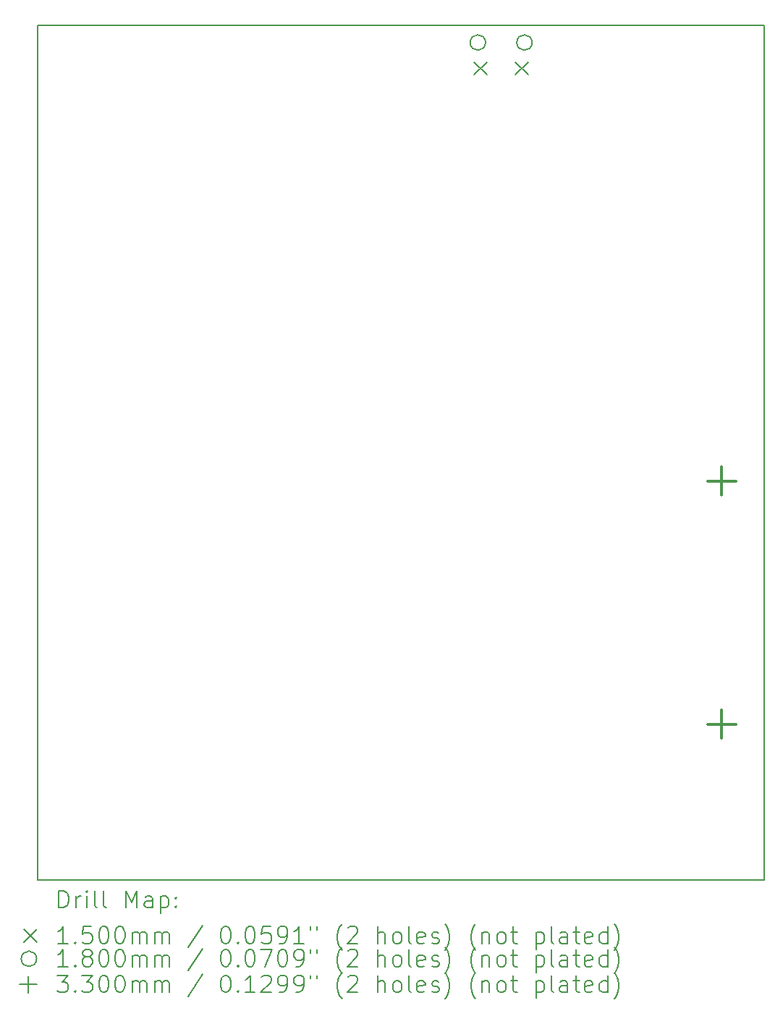
<source format=gbr>
%TF.GenerationSoftware,KiCad,Pcbnew,8.0.6*%
%TF.CreationDate,2025-02-03T18:30:09-05:00*%
%TF.ProjectId,Pico_LCC,5069636f-5f4c-4434-932e-6b696361645f,2*%
%TF.SameCoordinates,Original*%
%TF.FileFunction,Drillmap*%
%TF.FilePolarity,Positive*%
%FSLAX45Y45*%
G04 Gerber Fmt 4.5, Leading zero omitted, Abs format (unit mm)*
G04 Created by KiCad (PCBNEW 8.0.6) date 2025-02-03 18:30:09*
%MOMM*%
%LPD*%
G01*
G04 APERTURE LIST*
%ADD10C,0.200000*%
%ADD11C,0.150000*%
%ADD12C,0.180000*%
%ADD13C,0.330000*%
G04 APERTURE END LIST*
D10*
X2500000Y-2500000D02*
X11000000Y-2500000D01*
X11000000Y-12500000D01*
X2500000Y-12500000D01*
X2500000Y-2500000D01*
D11*
X7607500Y-2928000D02*
X7757500Y-3078000D01*
X7757500Y-2928000D02*
X7607500Y-3078000D01*
X8092500Y-2928000D02*
X8242500Y-3078000D01*
X8242500Y-2928000D02*
X8092500Y-3078000D01*
D12*
X7742500Y-2700000D02*
G75*
G02*
X7562500Y-2700000I-90000J0D01*
G01*
X7562500Y-2700000D02*
G75*
G02*
X7742500Y-2700000I90000J0D01*
G01*
X8287500Y-2700000D02*
G75*
G02*
X8107500Y-2700000I-90000J0D01*
G01*
X8107500Y-2700000D02*
G75*
G02*
X8287500Y-2700000I90000J0D01*
G01*
D13*
X10506000Y-7664550D02*
X10506000Y-7994550D01*
X10341000Y-7829550D02*
X10671000Y-7829550D01*
X10506000Y-10509550D02*
X10506000Y-10839550D01*
X10341000Y-10674550D02*
X10671000Y-10674550D01*
D10*
X2750777Y-12821484D02*
X2750777Y-12621484D01*
X2750777Y-12621484D02*
X2798396Y-12621484D01*
X2798396Y-12621484D02*
X2826967Y-12631008D01*
X2826967Y-12631008D02*
X2846015Y-12650055D01*
X2846015Y-12650055D02*
X2855539Y-12669103D01*
X2855539Y-12669103D02*
X2865062Y-12707198D01*
X2865062Y-12707198D02*
X2865062Y-12735769D01*
X2865062Y-12735769D02*
X2855539Y-12773865D01*
X2855539Y-12773865D02*
X2846015Y-12792912D01*
X2846015Y-12792912D02*
X2826967Y-12811960D01*
X2826967Y-12811960D02*
X2798396Y-12821484D01*
X2798396Y-12821484D02*
X2750777Y-12821484D01*
X2950777Y-12821484D02*
X2950777Y-12688150D01*
X2950777Y-12726246D02*
X2960301Y-12707198D01*
X2960301Y-12707198D02*
X2969824Y-12697674D01*
X2969824Y-12697674D02*
X2988872Y-12688150D01*
X2988872Y-12688150D02*
X3007920Y-12688150D01*
X3074586Y-12821484D02*
X3074586Y-12688150D01*
X3074586Y-12621484D02*
X3065062Y-12631008D01*
X3065062Y-12631008D02*
X3074586Y-12640531D01*
X3074586Y-12640531D02*
X3084110Y-12631008D01*
X3084110Y-12631008D02*
X3074586Y-12621484D01*
X3074586Y-12621484D02*
X3074586Y-12640531D01*
X3198396Y-12821484D02*
X3179348Y-12811960D01*
X3179348Y-12811960D02*
X3169824Y-12792912D01*
X3169824Y-12792912D02*
X3169824Y-12621484D01*
X3303158Y-12821484D02*
X3284110Y-12811960D01*
X3284110Y-12811960D02*
X3274586Y-12792912D01*
X3274586Y-12792912D02*
X3274586Y-12621484D01*
X3531729Y-12821484D02*
X3531729Y-12621484D01*
X3531729Y-12621484D02*
X3598396Y-12764341D01*
X3598396Y-12764341D02*
X3665062Y-12621484D01*
X3665062Y-12621484D02*
X3665062Y-12821484D01*
X3846015Y-12821484D02*
X3846015Y-12716722D01*
X3846015Y-12716722D02*
X3836491Y-12697674D01*
X3836491Y-12697674D02*
X3817443Y-12688150D01*
X3817443Y-12688150D02*
X3779348Y-12688150D01*
X3779348Y-12688150D02*
X3760301Y-12697674D01*
X3846015Y-12811960D02*
X3826967Y-12821484D01*
X3826967Y-12821484D02*
X3779348Y-12821484D01*
X3779348Y-12821484D02*
X3760301Y-12811960D01*
X3760301Y-12811960D02*
X3750777Y-12792912D01*
X3750777Y-12792912D02*
X3750777Y-12773865D01*
X3750777Y-12773865D02*
X3760301Y-12754817D01*
X3760301Y-12754817D02*
X3779348Y-12745293D01*
X3779348Y-12745293D02*
X3826967Y-12745293D01*
X3826967Y-12745293D02*
X3846015Y-12735769D01*
X3941253Y-12688150D02*
X3941253Y-12888150D01*
X3941253Y-12697674D02*
X3960301Y-12688150D01*
X3960301Y-12688150D02*
X3998396Y-12688150D01*
X3998396Y-12688150D02*
X4017443Y-12697674D01*
X4017443Y-12697674D02*
X4026967Y-12707198D01*
X4026967Y-12707198D02*
X4036491Y-12726246D01*
X4036491Y-12726246D02*
X4036491Y-12783388D01*
X4036491Y-12783388D02*
X4026967Y-12802436D01*
X4026967Y-12802436D02*
X4017443Y-12811960D01*
X4017443Y-12811960D02*
X3998396Y-12821484D01*
X3998396Y-12821484D02*
X3960301Y-12821484D01*
X3960301Y-12821484D02*
X3941253Y-12811960D01*
X4122205Y-12802436D02*
X4131729Y-12811960D01*
X4131729Y-12811960D02*
X4122205Y-12821484D01*
X4122205Y-12821484D02*
X4112682Y-12811960D01*
X4112682Y-12811960D02*
X4122205Y-12802436D01*
X4122205Y-12802436D02*
X4122205Y-12821484D01*
X4122205Y-12697674D02*
X4131729Y-12707198D01*
X4131729Y-12707198D02*
X4122205Y-12716722D01*
X4122205Y-12716722D02*
X4112682Y-12707198D01*
X4112682Y-12707198D02*
X4122205Y-12697674D01*
X4122205Y-12697674D02*
X4122205Y-12716722D01*
D11*
X2340000Y-13075000D02*
X2490000Y-13225000D01*
X2490000Y-13075000D02*
X2340000Y-13225000D01*
D10*
X2855539Y-13241484D02*
X2741253Y-13241484D01*
X2798396Y-13241484D02*
X2798396Y-13041484D01*
X2798396Y-13041484D02*
X2779348Y-13070055D01*
X2779348Y-13070055D02*
X2760301Y-13089103D01*
X2760301Y-13089103D02*
X2741253Y-13098627D01*
X2941253Y-13222436D02*
X2950777Y-13231960D01*
X2950777Y-13231960D02*
X2941253Y-13241484D01*
X2941253Y-13241484D02*
X2931729Y-13231960D01*
X2931729Y-13231960D02*
X2941253Y-13222436D01*
X2941253Y-13222436D02*
X2941253Y-13241484D01*
X3131729Y-13041484D02*
X3036491Y-13041484D01*
X3036491Y-13041484D02*
X3026967Y-13136722D01*
X3026967Y-13136722D02*
X3036491Y-13127198D01*
X3036491Y-13127198D02*
X3055539Y-13117674D01*
X3055539Y-13117674D02*
X3103158Y-13117674D01*
X3103158Y-13117674D02*
X3122205Y-13127198D01*
X3122205Y-13127198D02*
X3131729Y-13136722D01*
X3131729Y-13136722D02*
X3141253Y-13155769D01*
X3141253Y-13155769D02*
X3141253Y-13203388D01*
X3141253Y-13203388D02*
X3131729Y-13222436D01*
X3131729Y-13222436D02*
X3122205Y-13231960D01*
X3122205Y-13231960D02*
X3103158Y-13241484D01*
X3103158Y-13241484D02*
X3055539Y-13241484D01*
X3055539Y-13241484D02*
X3036491Y-13231960D01*
X3036491Y-13231960D02*
X3026967Y-13222436D01*
X3265062Y-13041484D02*
X3284110Y-13041484D01*
X3284110Y-13041484D02*
X3303158Y-13051008D01*
X3303158Y-13051008D02*
X3312682Y-13060531D01*
X3312682Y-13060531D02*
X3322205Y-13079579D01*
X3322205Y-13079579D02*
X3331729Y-13117674D01*
X3331729Y-13117674D02*
X3331729Y-13165293D01*
X3331729Y-13165293D02*
X3322205Y-13203388D01*
X3322205Y-13203388D02*
X3312682Y-13222436D01*
X3312682Y-13222436D02*
X3303158Y-13231960D01*
X3303158Y-13231960D02*
X3284110Y-13241484D01*
X3284110Y-13241484D02*
X3265062Y-13241484D01*
X3265062Y-13241484D02*
X3246015Y-13231960D01*
X3246015Y-13231960D02*
X3236491Y-13222436D01*
X3236491Y-13222436D02*
X3226967Y-13203388D01*
X3226967Y-13203388D02*
X3217443Y-13165293D01*
X3217443Y-13165293D02*
X3217443Y-13117674D01*
X3217443Y-13117674D02*
X3226967Y-13079579D01*
X3226967Y-13079579D02*
X3236491Y-13060531D01*
X3236491Y-13060531D02*
X3246015Y-13051008D01*
X3246015Y-13051008D02*
X3265062Y-13041484D01*
X3455539Y-13041484D02*
X3474586Y-13041484D01*
X3474586Y-13041484D02*
X3493634Y-13051008D01*
X3493634Y-13051008D02*
X3503158Y-13060531D01*
X3503158Y-13060531D02*
X3512682Y-13079579D01*
X3512682Y-13079579D02*
X3522205Y-13117674D01*
X3522205Y-13117674D02*
X3522205Y-13165293D01*
X3522205Y-13165293D02*
X3512682Y-13203388D01*
X3512682Y-13203388D02*
X3503158Y-13222436D01*
X3503158Y-13222436D02*
X3493634Y-13231960D01*
X3493634Y-13231960D02*
X3474586Y-13241484D01*
X3474586Y-13241484D02*
X3455539Y-13241484D01*
X3455539Y-13241484D02*
X3436491Y-13231960D01*
X3436491Y-13231960D02*
X3426967Y-13222436D01*
X3426967Y-13222436D02*
X3417443Y-13203388D01*
X3417443Y-13203388D02*
X3407920Y-13165293D01*
X3407920Y-13165293D02*
X3407920Y-13117674D01*
X3407920Y-13117674D02*
X3417443Y-13079579D01*
X3417443Y-13079579D02*
X3426967Y-13060531D01*
X3426967Y-13060531D02*
X3436491Y-13051008D01*
X3436491Y-13051008D02*
X3455539Y-13041484D01*
X3607920Y-13241484D02*
X3607920Y-13108150D01*
X3607920Y-13127198D02*
X3617443Y-13117674D01*
X3617443Y-13117674D02*
X3636491Y-13108150D01*
X3636491Y-13108150D02*
X3665063Y-13108150D01*
X3665063Y-13108150D02*
X3684110Y-13117674D01*
X3684110Y-13117674D02*
X3693634Y-13136722D01*
X3693634Y-13136722D02*
X3693634Y-13241484D01*
X3693634Y-13136722D02*
X3703158Y-13117674D01*
X3703158Y-13117674D02*
X3722205Y-13108150D01*
X3722205Y-13108150D02*
X3750777Y-13108150D01*
X3750777Y-13108150D02*
X3769824Y-13117674D01*
X3769824Y-13117674D02*
X3779348Y-13136722D01*
X3779348Y-13136722D02*
X3779348Y-13241484D01*
X3874586Y-13241484D02*
X3874586Y-13108150D01*
X3874586Y-13127198D02*
X3884110Y-13117674D01*
X3884110Y-13117674D02*
X3903158Y-13108150D01*
X3903158Y-13108150D02*
X3931729Y-13108150D01*
X3931729Y-13108150D02*
X3950777Y-13117674D01*
X3950777Y-13117674D02*
X3960301Y-13136722D01*
X3960301Y-13136722D02*
X3960301Y-13241484D01*
X3960301Y-13136722D02*
X3969824Y-13117674D01*
X3969824Y-13117674D02*
X3988872Y-13108150D01*
X3988872Y-13108150D02*
X4017443Y-13108150D01*
X4017443Y-13108150D02*
X4036491Y-13117674D01*
X4036491Y-13117674D02*
X4046015Y-13136722D01*
X4046015Y-13136722D02*
X4046015Y-13241484D01*
X4436491Y-13031960D02*
X4265063Y-13289103D01*
X4693634Y-13041484D02*
X4712682Y-13041484D01*
X4712682Y-13041484D02*
X4731729Y-13051008D01*
X4731729Y-13051008D02*
X4741253Y-13060531D01*
X4741253Y-13060531D02*
X4750777Y-13079579D01*
X4750777Y-13079579D02*
X4760301Y-13117674D01*
X4760301Y-13117674D02*
X4760301Y-13165293D01*
X4760301Y-13165293D02*
X4750777Y-13203388D01*
X4750777Y-13203388D02*
X4741253Y-13222436D01*
X4741253Y-13222436D02*
X4731729Y-13231960D01*
X4731729Y-13231960D02*
X4712682Y-13241484D01*
X4712682Y-13241484D02*
X4693634Y-13241484D01*
X4693634Y-13241484D02*
X4674587Y-13231960D01*
X4674587Y-13231960D02*
X4665063Y-13222436D01*
X4665063Y-13222436D02*
X4655539Y-13203388D01*
X4655539Y-13203388D02*
X4646015Y-13165293D01*
X4646015Y-13165293D02*
X4646015Y-13117674D01*
X4646015Y-13117674D02*
X4655539Y-13079579D01*
X4655539Y-13079579D02*
X4665063Y-13060531D01*
X4665063Y-13060531D02*
X4674587Y-13051008D01*
X4674587Y-13051008D02*
X4693634Y-13041484D01*
X4846015Y-13222436D02*
X4855539Y-13231960D01*
X4855539Y-13231960D02*
X4846015Y-13241484D01*
X4846015Y-13241484D02*
X4836491Y-13231960D01*
X4836491Y-13231960D02*
X4846015Y-13222436D01*
X4846015Y-13222436D02*
X4846015Y-13241484D01*
X4979348Y-13041484D02*
X4998396Y-13041484D01*
X4998396Y-13041484D02*
X5017444Y-13051008D01*
X5017444Y-13051008D02*
X5026968Y-13060531D01*
X5026968Y-13060531D02*
X5036491Y-13079579D01*
X5036491Y-13079579D02*
X5046015Y-13117674D01*
X5046015Y-13117674D02*
X5046015Y-13165293D01*
X5046015Y-13165293D02*
X5036491Y-13203388D01*
X5036491Y-13203388D02*
X5026968Y-13222436D01*
X5026968Y-13222436D02*
X5017444Y-13231960D01*
X5017444Y-13231960D02*
X4998396Y-13241484D01*
X4998396Y-13241484D02*
X4979348Y-13241484D01*
X4979348Y-13241484D02*
X4960301Y-13231960D01*
X4960301Y-13231960D02*
X4950777Y-13222436D01*
X4950777Y-13222436D02*
X4941253Y-13203388D01*
X4941253Y-13203388D02*
X4931729Y-13165293D01*
X4931729Y-13165293D02*
X4931729Y-13117674D01*
X4931729Y-13117674D02*
X4941253Y-13079579D01*
X4941253Y-13079579D02*
X4950777Y-13060531D01*
X4950777Y-13060531D02*
X4960301Y-13051008D01*
X4960301Y-13051008D02*
X4979348Y-13041484D01*
X5226968Y-13041484D02*
X5131729Y-13041484D01*
X5131729Y-13041484D02*
X5122206Y-13136722D01*
X5122206Y-13136722D02*
X5131729Y-13127198D01*
X5131729Y-13127198D02*
X5150777Y-13117674D01*
X5150777Y-13117674D02*
X5198396Y-13117674D01*
X5198396Y-13117674D02*
X5217444Y-13127198D01*
X5217444Y-13127198D02*
X5226968Y-13136722D01*
X5226968Y-13136722D02*
X5236491Y-13155769D01*
X5236491Y-13155769D02*
X5236491Y-13203388D01*
X5236491Y-13203388D02*
X5226968Y-13222436D01*
X5226968Y-13222436D02*
X5217444Y-13231960D01*
X5217444Y-13231960D02*
X5198396Y-13241484D01*
X5198396Y-13241484D02*
X5150777Y-13241484D01*
X5150777Y-13241484D02*
X5131729Y-13231960D01*
X5131729Y-13231960D02*
X5122206Y-13222436D01*
X5331729Y-13241484D02*
X5369825Y-13241484D01*
X5369825Y-13241484D02*
X5388872Y-13231960D01*
X5388872Y-13231960D02*
X5398396Y-13222436D01*
X5398396Y-13222436D02*
X5417444Y-13193865D01*
X5417444Y-13193865D02*
X5426968Y-13155769D01*
X5426968Y-13155769D02*
X5426968Y-13079579D01*
X5426968Y-13079579D02*
X5417444Y-13060531D01*
X5417444Y-13060531D02*
X5407920Y-13051008D01*
X5407920Y-13051008D02*
X5388872Y-13041484D01*
X5388872Y-13041484D02*
X5350777Y-13041484D01*
X5350777Y-13041484D02*
X5331729Y-13051008D01*
X5331729Y-13051008D02*
X5322206Y-13060531D01*
X5322206Y-13060531D02*
X5312682Y-13079579D01*
X5312682Y-13079579D02*
X5312682Y-13127198D01*
X5312682Y-13127198D02*
X5322206Y-13146246D01*
X5322206Y-13146246D02*
X5331729Y-13155769D01*
X5331729Y-13155769D02*
X5350777Y-13165293D01*
X5350777Y-13165293D02*
X5388872Y-13165293D01*
X5388872Y-13165293D02*
X5407920Y-13155769D01*
X5407920Y-13155769D02*
X5417444Y-13146246D01*
X5417444Y-13146246D02*
X5426968Y-13127198D01*
X5617444Y-13241484D02*
X5503158Y-13241484D01*
X5560301Y-13241484D02*
X5560301Y-13041484D01*
X5560301Y-13041484D02*
X5541253Y-13070055D01*
X5541253Y-13070055D02*
X5522206Y-13089103D01*
X5522206Y-13089103D02*
X5503158Y-13098627D01*
X5693634Y-13041484D02*
X5693634Y-13079579D01*
X5769825Y-13041484D02*
X5769825Y-13079579D01*
X6065063Y-13317674D02*
X6055539Y-13308150D01*
X6055539Y-13308150D02*
X6036491Y-13279579D01*
X6036491Y-13279579D02*
X6026968Y-13260531D01*
X6026968Y-13260531D02*
X6017444Y-13231960D01*
X6017444Y-13231960D02*
X6007920Y-13184341D01*
X6007920Y-13184341D02*
X6007920Y-13146246D01*
X6007920Y-13146246D02*
X6017444Y-13098627D01*
X6017444Y-13098627D02*
X6026968Y-13070055D01*
X6026968Y-13070055D02*
X6036491Y-13051008D01*
X6036491Y-13051008D02*
X6055539Y-13022436D01*
X6055539Y-13022436D02*
X6065063Y-13012912D01*
X6131729Y-13060531D02*
X6141253Y-13051008D01*
X6141253Y-13051008D02*
X6160301Y-13041484D01*
X6160301Y-13041484D02*
X6207920Y-13041484D01*
X6207920Y-13041484D02*
X6226968Y-13051008D01*
X6226968Y-13051008D02*
X6236491Y-13060531D01*
X6236491Y-13060531D02*
X6246015Y-13079579D01*
X6246015Y-13079579D02*
X6246015Y-13098627D01*
X6246015Y-13098627D02*
X6236491Y-13127198D01*
X6236491Y-13127198D02*
X6122206Y-13241484D01*
X6122206Y-13241484D02*
X6246015Y-13241484D01*
X6484110Y-13241484D02*
X6484110Y-13041484D01*
X6569825Y-13241484D02*
X6569825Y-13136722D01*
X6569825Y-13136722D02*
X6560301Y-13117674D01*
X6560301Y-13117674D02*
X6541253Y-13108150D01*
X6541253Y-13108150D02*
X6512682Y-13108150D01*
X6512682Y-13108150D02*
X6493634Y-13117674D01*
X6493634Y-13117674D02*
X6484110Y-13127198D01*
X6693634Y-13241484D02*
X6674587Y-13231960D01*
X6674587Y-13231960D02*
X6665063Y-13222436D01*
X6665063Y-13222436D02*
X6655539Y-13203388D01*
X6655539Y-13203388D02*
X6655539Y-13146246D01*
X6655539Y-13146246D02*
X6665063Y-13127198D01*
X6665063Y-13127198D02*
X6674587Y-13117674D01*
X6674587Y-13117674D02*
X6693634Y-13108150D01*
X6693634Y-13108150D02*
X6722206Y-13108150D01*
X6722206Y-13108150D02*
X6741253Y-13117674D01*
X6741253Y-13117674D02*
X6750777Y-13127198D01*
X6750777Y-13127198D02*
X6760301Y-13146246D01*
X6760301Y-13146246D02*
X6760301Y-13203388D01*
X6760301Y-13203388D02*
X6750777Y-13222436D01*
X6750777Y-13222436D02*
X6741253Y-13231960D01*
X6741253Y-13231960D02*
X6722206Y-13241484D01*
X6722206Y-13241484D02*
X6693634Y-13241484D01*
X6874587Y-13241484D02*
X6855539Y-13231960D01*
X6855539Y-13231960D02*
X6846015Y-13212912D01*
X6846015Y-13212912D02*
X6846015Y-13041484D01*
X7026968Y-13231960D02*
X7007920Y-13241484D01*
X7007920Y-13241484D02*
X6969825Y-13241484D01*
X6969825Y-13241484D02*
X6950777Y-13231960D01*
X6950777Y-13231960D02*
X6941253Y-13212912D01*
X6941253Y-13212912D02*
X6941253Y-13136722D01*
X6941253Y-13136722D02*
X6950777Y-13117674D01*
X6950777Y-13117674D02*
X6969825Y-13108150D01*
X6969825Y-13108150D02*
X7007920Y-13108150D01*
X7007920Y-13108150D02*
X7026968Y-13117674D01*
X7026968Y-13117674D02*
X7036491Y-13136722D01*
X7036491Y-13136722D02*
X7036491Y-13155769D01*
X7036491Y-13155769D02*
X6941253Y-13174817D01*
X7112682Y-13231960D02*
X7131730Y-13241484D01*
X7131730Y-13241484D02*
X7169825Y-13241484D01*
X7169825Y-13241484D02*
X7188872Y-13231960D01*
X7188872Y-13231960D02*
X7198396Y-13212912D01*
X7198396Y-13212912D02*
X7198396Y-13203388D01*
X7198396Y-13203388D02*
X7188872Y-13184341D01*
X7188872Y-13184341D02*
X7169825Y-13174817D01*
X7169825Y-13174817D02*
X7141253Y-13174817D01*
X7141253Y-13174817D02*
X7122206Y-13165293D01*
X7122206Y-13165293D02*
X7112682Y-13146246D01*
X7112682Y-13146246D02*
X7112682Y-13136722D01*
X7112682Y-13136722D02*
X7122206Y-13117674D01*
X7122206Y-13117674D02*
X7141253Y-13108150D01*
X7141253Y-13108150D02*
X7169825Y-13108150D01*
X7169825Y-13108150D02*
X7188872Y-13117674D01*
X7265063Y-13317674D02*
X7274587Y-13308150D01*
X7274587Y-13308150D02*
X7293634Y-13279579D01*
X7293634Y-13279579D02*
X7303158Y-13260531D01*
X7303158Y-13260531D02*
X7312682Y-13231960D01*
X7312682Y-13231960D02*
X7322206Y-13184341D01*
X7322206Y-13184341D02*
X7322206Y-13146246D01*
X7322206Y-13146246D02*
X7312682Y-13098627D01*
X7312682Y-13098627D02*
X7303158Y-13070055D01*
X7303158Y-13070055D02*
X7293634Y-13051008D01*
X7293634Y-13051008D02*
X7274587Y-13022436D01*
X7274587Y-13022436D02*
X7265063Y-13012912D01*
X7626968Y-13317674D02*
X7617444Y-13308150D01*
X7617444Y-13308150D02*
X7598396Y-13279579D01*
X7598396Y-13279579D02*
X7588872Y-13260531D01*
X7588872Y-13260531D02*
X7579349Y-13231960D01*
X7579349Y-13231960D02*
X7569825Y-13184341D01*
X7569825Y-13184341D02*
X7569825Y-13146246D01*
X7569825Y-13146246D02*
X7579349Y-13098627D01*
X7579349Y-13098627D02*
X7588872Y-13070055D01*
X7588872Y-13070055D02*
X7598396Y-13051008D01*
X7598396Y-13051008D02*
X7617444Y-13022436D01*
X7617444Y-13022436D02*
X7626968Y-13012912D01*
X7703158Y-13108150D02*
X7703158Y-13241484D01*
X7703158Y-13127198D02*
X7712682Y-13117674D01*
X7712682Y-13117674D02*
X7731730Y-13108150D01*
X7731730Y-13108150D02*
X7760301Y-13108150D01*
X7760301Y-13108150D02*
X7779349Y-13117674D01*
X7779349Y-13117674D02*
X7788872Y-13136722D01*
X7788872Y-13136722D02*
X7788872Y-13241484D01*
X7912682Y-13241484D02*
X7893634Y-13231960D01*
X7893634Y-13231960D02*
X7884111Y-13222436D01*
X7884111Y-13222436D02*
X7874587Y-13203388D01*
X7874587Y-13203388D02*
X7874587Y-13146246D01*
X7874587Y-13146246D02*
X7884111Y-13127198D01*
X7884111Y-13127198D02*
X7893634Y-13117674D01*
X7893634Y-13117674D02*
X7912682Y-13108150D01*
X7912682Y-13108150D02*
X7941253Y-13108150D01*
X7941253Y-13108150D02*
X7960301Y-13117674D01*
X7960301Y-13117674D02*
X7969825Y-13127198D01*
X7969825Y-13127198D02*
X7979349Y-13146246D01*
X7979349Y-13146246D02*
X7979349Y-13203388D01*
X7979349Y-13203388D02*
X7969825Y-13222436D01*
X7969825Y-13222436D02*
X7960301Y-13231960D01*
X7960301Y-13231960D02*
X7941253Y-13241484D01*
X7941253Y-13241484D02*
X7912682Y-13241484D01*
X8036492Y-13108150D02*
X8112682Y-13108150D01*
X8065063Y-13041484D02*
X8065063Y-13212912D01*
X8065063Y-13212912D02*
X8074587Y-13231960D01*
X8074587Y-13231960D02*
X8093634Y-13241484D01*
X8093634Y-13241484D02*
X8112682Y-13241484D01*
X8331730Y-13108150D02*
X8331730Y-13308150D01*
X8331730Y-13117674D02*
X8350777Y-13108150D01*
X8350777Y-13108150D02*
X8388873Y-13108150D01*
X8388873Y-13108150D02*
X8407920Y-13117674D01*
X8407920Y-13117674D02*
X8417444Y-13127198D01*
X8417444Y-13127198D02*
X8426968Y-13146246D01*
X8426968Y-13146246D02*
X8426968Y-13203388D01*
X8426968Y-13203388D02*
X8417444Y-13222436D01*
X8417444Y-13222436D02*
X8407920Y-13231960D01*
X8407920Y-13231960D02*
X8388873Y-13241484D01*
X8388873Y-13241484D02*
X8350777Y-13241484D01*
X8350777Y-13241484D02*
X8331730Y-13231960D01*
X8541254Y-13241484D02*
X8522206Y-13231960D01*
X8522206Y-13231960D02*
X8512682Y-13212912D01*
X8512682Y-13212912D02*
X8512682Y-13041484D01*
X8703158Y-13241484D02*
X8703158Y-13136722D01*
X8703158Y-13136722D02*
X8693635Y-13117674D01*
X8693635Y-13117674D02*
X8674587Y-13108150D01*
X8674587Y-13108150D02*
X8636492Y-13108150D01*
X8636492Y-13108150D02*
X8617444Y-13117674D01*
X8703158Y-13231960D02*
X8684111Y-13241484D01*
X8684111Y-13241484D02*
X8636492Y-13241484D01*
X8636492Y-13241484D02*
X8617444Y-13231960D01*
X8617444Y-13231960D02*
X8607920Y-13212912D01*
X8607920Y-13212912D02*
X8607920Y-13193865D01*
X8607920Y-13193865D02*
X8617444Y-13174817D01*
X8617444Y-13174817D02*
X8636492Y-13165293D01*
X8636492Y-13165293D02*
X8684111Y-13165293D01*
X8684111Y-13165293D02*
X8703158Y-13155769D01*
X8769825Y-13108150D02*
X8846015Y-13108150D01*
X8798396Y-13041484D02*
X8798396Y-13212912D01*
X8798396Y-13212912D02*
X8807920Y-13231960D01*
X8807920Y-13231960D02*
X8826968Y-13241484D01*
X8826968Y-13241484D02*
X8846015Y-13241484D01*
X8988873Y-13231960D02*
X8969825Y-13241484D01*
X8969825Y-13241484D02*
X8931730Y-13241484D01*
X8931730Y-13241484D02*
X8912682Y-13231960D01*
X8912682Y-13231960D02*
X8903158Y-13212912D01*
X8903158Y-13212912D02*
X8903158Y-13136722D01*
X8903158Y-13136722D02*
X8912682Y-13117674D01*
X8912682Y-13117674D02*
X8931730Y-13108150D01*
X8931730Y-13108150D02*
X8969825Y-13108150D01*
X8969825Y-13108150D02*
X8988873Y-13117674D01*
X8988873Y-13117674D02*
X8998396Y-13136722D01*
X8998396Y-13136722D02*
X8998396Y-13155769D01*
X8998396Y-13155769D02*
X8903158Y-13174817D01*
X9169825Y-13241484D02*
X9169825Y-13041484D01*
X9169825Y-13231960D02*
X9150777Y-13241484D01*
X9150777Y-13241484D02*
X9112682Y-13241484D01*
X9112682Y-13241484D02*
X9093635Y-13231960D01*
X9093635Y-13231960D02*
X9084111Y-13222436D01*
X9084111Y-13222436D02*
X9074587Y-13203388D01*
X9074587Y-13203388D02*
X9074587Y-13146246D01*
X9074587Y-13146246D02*
X9084111Y-13127198D01*
X9084111Y-13127198D02*
X9093635Y-13117674D01*
X9093635Y-13117674D02*
X9112682Y-13108150D01*
X9112682Y-13108150D02*
X9150777Y-13108150D01*
X9150777Y-13108150D02*
X9169825Y-13117674D01*
X9246016Y-13317674D02*
X9255539Y-13308150D01*
X9255539Y-13308150D02*
X9274587Y-13279579D01*
X9274587Y-13279579D02*
X9284111Y-13260531D01*
X9284111Y-13260531D02*
X9293635Y-13231960D01*
X9293635Y-13231960D02*
X9303158Y-13184341D01*
X9303158Y-13184341D02*
X9303158Y-13146246D01*
X9303158Y-13146246D02*
X9293635Y-13098627D01*
X9293635Y-13098627D02*
X9284111Y-13070055D01*
X9284111Y-13070055D02*
X9274587Y-13051008D01*
X9274587Y-13051008D02*
X9255539Y-13022436D01*
X9255539Y-13022436D02*
X9246016Y-13012912D01*
D12*
X2490000Y-13420000D02*
G75*
G02*
X2310000Y-13420000I-90000J0D01*
G01*
X2310000Y-13420000D02*
G75*
G02*
X2490000Y-13420000I90000J0D01*
G01*
D10*
X2855539Y-13511484D02*
X2741253Y-13511484D01*
X2798396Y-13511484D02*
X2798396Y-13311484D01*
X2798396Y-13311484D02*
X2779348Y-13340055D01*
X2779348Y-13340055D02*
X2760301Y-13359103D01*
X2760301Y-13359103D02*
X2741253Y-13368627D01*
X2941253Y-13492436D02*
X2950777Y-13501960D01*
X2950777Y-13501960D02*
X2941253Y-13511484D01*
X2941253Y-13511484D02*
X2931729Y-13501960D01*
X2931729Y-13501960D02*
X2941253Y-13492436D01*
X2941253Y-13492436D02*
X2941253Y-13511484D01*
X3065062Y-13397198D02*
X3046015Y-13387674D01*
X3046015Y-13387674D02*
X3036491Y-13378150D01*
X3036491Y-13378150D02*
X3026967Y-13359103D01*
X3026967Y-13359103D02*
X3026967Y-13349579D01*
X3026967Y-13349579D02*
X3036491Y-13330531D01*
X3036491Y-13330531D02*
X3046015Y-13321008D01*
X3046015Y-13321008D02*
X3065062Y-13311484D01*
X3065062Y-13311484D02*
X3103158Y-13311484D01*
X3103158Y-13311484D02*
X3122205Y-13321008D01*
X3122205Y-13321008D02*
X3131729Y-13330531D01*
X3131729Y-13330531D02*
X3141253Y-13349579D01*
X3141253Y-13349579D02*
X3141253Y-13359103D01*
X3141253Y-13359103D02*
X3131729Y-13378150D01*
X3131729Y-13378150D02*
X3122205Y-13387674D01*
X3122205Y-13387674D02*
X3103158Y-13397198D01*
X3103158Y-13397198D02*
X3065062Y-13397198D01*
X3065062Y-13397198D02*
X3046015Y-13406722D01*
X3046015Y-13406722D02*
X3036491Y-13416246D01*
X3036491Y-13416246D02*
X3026967Y-13435293D01*
X3026967Y-13435293D02*
X3026967Y-13473388D01*
X3026967Y-13473388D02*
X3036491Y-13492436D01*
X3036491Y-13492436D02*
X3046015Y-13501960D01*
X3046015Y-13501960D02*
X3065062Y-13511484D01*
X3065062Y-13511484D02*
X3103158Y-13511484D01*
X3103158Y-13511484D02*
X3122205Y-13501960D01*
X3122205Y-13501960D02*
X3131729Y-13492436D01*
X3131729Y-13492436D02*
X3141253Y-13473388D01*
X3141253Y-13473388D02*
X3141253Y-13435293D01*
X3141253Y-13435293D02*
X3131729Y-13416246D01*
X3131729Y-13416246D02*
X3122205Y-13406722D01*
X3122205Y-13406722D02*
X3103158Y-13397198D01*
X3265062Y-13311484D02*
X3284110Y-13311484D01*
X3284110Y-13311484D02*
X3303158Y-13321008D01*
X3303158Y-13321008D02*
X3312682Y-13330531D01*
X3312682Y-13330531D02*
X3322205Y-13349579D01*
X3322205Y-13349579D02*
X3331729Y-13387674D01*
X3331729Y-13387674D02*
X3331729Y-13435293D01*
X3331729Y-13435293D02*
X3322205Y-13473388D01*
X3322205Y-13473388D02*
X3312682Y-13492436D01*
X3312682Y-13492436D02*
X3303158Y-13501960D01*
X3303158Y-13501960D02*
X3284110Y-13511484D01*
X3284110Y-13511484D02*
X3265062Y-13511484D01*
X3265062Y-13511484D02*
X3246015Y-13501960D01*
X3246015Y-13501960D02*
X3236491Y-13492436D01*
X3236491Y-13492436D02*
X3226967Y-13473388D01*
X3226967Y-13473388D02*
X3217443Y-13435293D01*
X3217443Y-13435293D02*
X3217443Y-13387674D01*
X3217443Y-13387674D02*
X3226967Y-13349579D01*
X3226967Y-13349579D02*
X3236491Y-13330531D01*
X3236491Y-13330531D02*
X3246015Y-13321008D01*
X3246015Y-13321008D02*
X3265062Y-13311484D01*
X3455539Y-13311484D02*
X3474586Y-13311484D01*
X3474586Y-13311484D02*
X3493634Y-13321008D01*
X3493634Y-13321008D02*
X3503158Y-13330531D01*
X3503158Y-13330531D02*
X3512682Y-13349579D01*
X3512682Y-13349579D02*
X3522205Y-13387674D01*
X3522205Y-13387674D02*
X3522205Y-13435293D01*
X3522205Y-13435293D02*
X3512682Y-13473388D01*
X3512682Y-13473388D02*
X3503158Y-13492436D01*
X3503158Y-13492436D02*
X3493634Y-13501960D01*
X3493634Y-13501960D02*
X3474586Y-13511484D01*
X3474586Y-13511484D02*
X3455539Y-13511484D01*
X3455539Y-13511484D02*
X3436491Y-13501960D01*
X3436491Y-13501960D02*
X3426967Y-13492436D01*
X3426967Y-13492436D02*
X3417443Y-13473388D01*
X3417443Y-13473388D02*
X3407920Y-13435293D01*
X3407920Y-13435293D02*
X3407920Y-13387674D01*
X3407920Y-13387674D02*
X3417443Y-13349579D01*
X3417443Y-13349579D02*
X3426967Y-13330531D01*
X3426967Y-13330531D02*
X3436491Y-13321008D01*
X3436491Y-13321008D02*
X3455539Y-13311484D01*
X3607920Y-13511484D02*
X3607920Y-13378150D01*
X3607920Y-13397198D02*
X3617443Y-13387674D01*
X3617443Y-13387674D02*
X3636491Y-13378150D01*
X3636491Y-13378150D02*
X3665063Y-13378150D01*
X3665063Y-13378150D02*
X3684110Y-13387674D01*
X3684110Y-13387674D02*
X3693634Y-13406722D01*
X3693634Y-13406722D02*
X3693634Y-13511484D01*
X3693634Y-13406722D02*
X3703158Y-13387674D01*
X3703158Y-13387674D02*
X3722205Y-13378150D01*
X3722205Y-13378150D02*
X3750777Y-13378150D01*
X3750777Y-13378150D02*
X3769824Y-13387674D01*
X3769824Y-13387674D02*
X3779348Y-13406722D01*
X3779348Y-13406722D02*
X3779348Y-13511484D01*
X3874586Y-13511484D02*
X3874586Y-13378150D01*
X3874586Y-13397198D02*
X3884110Y-13387674D01*
X3884110Y-13387674D02*
X3903158Y-13378150D01*
X3903158Y-13378150D02*
X3931729Y-13378150D01*
X3931729Y-13378150D02*
X3950777Y-13387674D01*
X3950777Y-13387674D02*
X3960301Y-13406722D01*
X3960301Y-13406722D02*
X3960301Y-13511484D01*
X3960301Y-13406722D02*
X3969824Y-13387674D01*
X3969824Y-13387674D02*
X3988872Y-13378150D01*
X3988872Y-13378150D02*
X4017443Y-13378150D01*
X4017443Y-13378150D02*
X4036491Y-13387674D01*
X4036491Y-13387674D02*
X4046015Y-13406722D01*
X4046015Y-13406722D02*
X4046015Y-13511484D01*
X4436491Y-13301960D02*
X4265063Y-13559103D01*
X4693634Y-13311484D02*
X4712682Y-13311484D01*
X4712682Y-13311484D02*
X4731729Y-13321008D01*
X4731729Y-13321008D02*
X4741253Y-13330531D01*
X4741253Y-13330531D02*
X4750777Y-13349579D01*
X4750777Y-13349579D02*
X4760301Y-13387674D01*
X4760301Y-13387674D02*
X4760301Y-13435293D01*
X4760301Y-13435293D02*
X4750777Y-13473388D01*
X4750777Y-13473388D02*
X4741253Y-13492436D01*
X4741253Y-13492436D02*
X4731729Y-13501960D01*
X4731729Y-13501960D02*
X4712682Y-13511484D01*
X4712682Y-13511484D02*
X4693634Y-13511484D01*
X4693634Y-13511484D02*
X4674587Y-13501960D01*
X4674587Y-13501960D02*
X4665063Y-13492436D01*
X4665063Y-13492436D02*
X4655539Y-13473388D01*
X4655539Y-13473388D02*
X4646015Y-13435293D01*
X4646015Y-13435293D02*
X4646015Y-13387674D01*
X4646015Y-13387674D02*
X4655539Y-13349579D01*
X4655539Y-13349579D02*
X4665063Y-13330531D01*
X4665063Y-13330531D02*
X4674587Y-13321008D01*
X4674587Y-13321008D02*
X4693634Y-13311484D01*
X4846015Y-13492436D02*
X4855539Y-13501960D01*
X4855539Y-13501960D02*
X4846015Y-13511484D01*
X4846015Y-13511484D02*
X4836491Y-13501960D01*
X4836491Y-13501960D02*
X4846015Y-13492436D01*
X4846015Y-13492436D02*
X4846015Y-13511484D01*
X4979348Y-13311484D02*
X4998396Y-13311484D01*
X4998396Y-13311484D02*
X5017444Y-13321008D01*
X5017444Y-13321008D02*
X5026968Y-13330531D01*
X5026968Y-13330531D02*
X5036491Y-13349579D01*
X5036491Y-13349579D02*
X5046015Y-13387674D01*
X5046015Y-13387674D02*
X5046015Y-13435293D01*
X5046015Y-13435293D02*
X5036491Y-13473388D01*
X5036491Y-13473388D02*
X5026968Y-13492436D01*
X5026968Y-13492436D02*
X5017444Y-13501960D01*
X5017444Y-13501960D02*
X4998396Y-13511484D01*
X4998396Y-13511484D02*
X4979348Y-13511484D01*
X4979348Y-13511484D02*
X4960301Y-13501960D01*
X4960301Y-13501960D02*
X4950777Y-13492436D01*
X4950777Y-13492436D02*
X4941253Y-13473388D01*
X4941253Y-13473388D02*
X4931729Y-13435293D01*
X4931729Y-13435293D02*
X4931729Y-13387674D01*
X4931729Y-13387674D02*
X4941253Y-13349579D01*
X4941253Y-13349579D02*
X4950777Y-13330531D01*
X4950777Y-13330531D02*
X4960301Y-13321008D01*
X4960301Y-13321008D02*
X4979348Y-13311484D01*
X5112682Y-13311484D02*
X5246015Y-13311484D01*
X5246015Y-13311484D02*
X5160301Y-13511484D01*
X5360301Y-13311484D02*
X5379349Y-13311484D01*
X5379349Y-13311484D02*
X5398396Y-13321008D01*
X5398396Y-13321008D02*
X5407920Y-13330531D01*
X5407920Y-13330531D02*
X5417444Y-13349579D01*
X5417444Y-13349579D02*
X5426968Y-13387674D01*
X5426968Y-13387674D02*
X5426968Y-13435293D01*
X5426968Y-13435293D02*
X5417444Y-13473388D01*
X5417444Y-13473388D02*
X5407920Y-13492436D01*
X5407920Y-13492436D02*
X5398396Y-13501960D01*
X5398396Y-13501960D02*
X5379349Y-13511484D01*
X5379349Y-13511484D02*
X5360301Y-13511484D01*
X5360301Y-13511484D02*
X5341253Y-13501960D01*
X5341253Y-13501960D02*
X5331729Y-13492436D01*
X5331729Y-13492436D02*
X5322206Y-13473388D01*
X5322206Y-13473388D02*
X5312682Y-13435293D01*
X5312682Y-13435293D02*
X5312682Y-13387674D01*
X5312682Y-13387674D02*
X5322206Y-13349579D01*
X5322206Y-13349579D02*
X5331729Y-13330531D01*
X5331729Y-13330531D02*
X5341253Y-13321008D01*
X5341253Y-13321008D02*
X5360301Y-13311484D01*
X5522206Y-13511484D02*
X5560301Y-13511484D01*
X5560301Y-13511484D02*
X5579349Y-13501960D01*
X5579349Y-13501960D02*
X5588872Y-13492436D01*
X5588872Y-13492436D02*
X5607920Y-13463865D01*
X5607920Y-13463865D02*
X5617444Y-13425769D01*
X5617444Y-13425769D02*
X5617444Y-13349579D01*
X5617444Y-13349579D02*
X5607920Y-13330531D01*
X5607920Y-13330531D02*
X5598396Y-13321008D01*
X5598396Y-13321008D02*
X5579349Y-13311484D01*
X5579349Y-13311484D02*
X5541253Y-13311484D01*
X5541253Y-13311484D02*
X5522206Y-13321008D01*
X5522206Y-13321008D02*
X5512682Y-13330531D01*
X5512682Y-13330531D02*
X5503158Y-13349579D01*
X5503158Y-13349579D02*
X5503158Y-13397198D01*
X5503158Y-13397198D02*
X5512682Y-13416246D01*
X5512682Y-13416246D02*
X5522206Y-13425769D01*
X5522206Y-13425769D02*
X5541253Y-13435293D01*
X5541253Y-13435293D02*
X5579349Y-13435293D01*
X5579349Y-13435293D02*
X5598396Y-13425769D01*
X5598396Y-13425769D02*
X5607920Y-13416246D01*
X5607920Y-13416246D02*
X5617444Y-13397198D01*
X5693634Y-13311484D02*
X5693634Y-13349579D01*
X5769825Y-13311484D02*
X5769825Y-13349579D01*
X6065063Y-13587674D02*
X6055539Y-13578150D01*
X6055539Y-13578150D02*
X6036491Y-13549579D01*
X6036491Y-13549579D02*
X6026968Y-13530531D01*
X6026968Y-13530531D02*
X6017444Y-13501960D01*
X6017444Y-13501960D02*
X6007920Y-13454341D01*
X6007920Y-13454341D02*
X6007920Y-13416246D01*
X6007920Y-13416246D02*
X6017444Y-13368627D01*
X6017444Y-13368627D02*
X6026968Y-13340055D01*
X6026968Y-13340055D02*
X6036491Y-13321008D01*
X6036491Y-13321008D02*
X6055539Y-13292436D01*
X6055539Y-13292436D02*
X6065063Y-13282912D01*
X6131729Y-13330531D02*
X6141253Y-13321008D01*
X6141253Y-13321008D02*
X6160301Y-13311484D01*
X6160301Y-13311484D02*
X6207920Y-13311484D01*
X6207920Y-13311484D02*
X6226968Y-13321008D01*
X6226968Y-13321008D02*
X6236491Y-13330531D01*
X6236491Y-13330531D02*
X6246015Y-13349579D01*
X6246015Y-13349579D02*
X6246015Y-13368627D01*
X6246015Y-13368627D02*
X6236491Y-13397198D01*
X6236491Y-13397198D02*
X6122206Y-13511484D01*
X6122206Y-13511484D02*
X6246015Y-13511484D01*
X6484110Y-13511484D02*
X6484110Y-13311484D01*
X6569825Y-13511484D02*
X6569825Y-13406722D01*
X6569825Y-13406722D02*
X6560301Y-13387674D01*
X6560301Y-13387674D02*
X6541253Y-13378150D01*
X6541253Y-13378150D02*
X6512682Y-13378150D01*
X6512682Y-13378150D02*
X6493634Y-13387674D01*
X6493634Y-13387674D02*
X6484110Y-13397198D01*
X6693634Y-13511484D02*
X6674587Y-13501960D01*
X6674587Y-13501960D02*
X6665063Y-13492436D01*
X6665063Y-13492436D02*
X6655539Y-13473388D01*
X6655539Y-13473388D02*
X6655539Y-13416246D01*
X6655539Y-13416246D02*
X6665063Y-13397198D01*
X6665063Y-13397198D02*
X6674587Y-13387674D01*
X6674587Y-13387674D02*
X6693634Y-13378150D01*
X6693634Y-13378150D02*
X6722206Y-13378150D01*
X6722206Y-13378150D02*
X6741253Y-13387674D01*
X6741253Y-13387674D02*
X6750777Y-13397198D01*
X6750777Y-13397198D02*
X6760301Y-13416246D01*
X6760301Y-13416246D02*
X6760301Y-13473388D01*
X6760301Y-13473388D02*
X6750777Y-13492436D01*
X6750777Y-13492436D02*
X6741253Y-13501960D01*
X6741253Y-13501960D02*
X6722206Y-13511484D01*
X6722206Y-13511484D02*
X6693634Y-13511484D01*
X6874587Y-13511484D02*
X6855539Y-13501960D01*
X6855539Y-13501960D02*
X6846015Y-13482912D01*
X6846015Y-13482912D02*
X6846015Y-13311484D01*
X7026968Y-13501960D02*
X7007920Y-13511484D01*
X7007920Y-13511484D02*
X6969825Y-13511484D01*
X6969825Y-13511484D02*
X6950777Y-13501960D01*
X6950777Y-13501960D02*
X6941253Y-13482912D01*
X6941253Y-13482912D02*
X6941253Y-13406722D01*
X6941253Y-13406722D02*
X6950777Y-13387674D01*
X6950777Y-13387674D02*
X6969825Y-13378150D01*
X6969825Y-13378150D02*
X7007920Y-13378150D01*
X7007920Y-13378150D02*
X7026968Y-13387674D01*
X7026968Y-13387674D02*
X7036491Y-13406722D01*
X7036491Y-13406722D02*
X7036491Y-13425769D01*
X7036491Y-13425769D02*
X6941253Y-13444817D01*
X7112682Y-13501960D02*
X7131730Y-13511484D01*
X7131730Y-13511484D02*
X7169825Y-13511484D01*
X7169825Y-13511484D02*
X7188872Y-13501960D01*
X7188872Y-13501960D02*
X7198396Y-13482912D01*
X7198396Y-13482912D02*
X7198396Y-13473388D01*
X7198396Y-13473388D02*
X7188872Y-13454341D01*
X7188872Y-13454341D02*
X7169825Y-13444817D01*
X7169825Y-13444817D02*
X7141253Y-13444817D01*
X7141253Y-13444817D02*
X7122206Y-13435293D01*
X7122206Y-13435293D02*
X7112682Y-13416246D01*
X7112682Y-13416246D02*
X7112682Y-13406722D01*
X7112682Y-13406722D02*
X7122206Y-13387674D01*
X7122206Y-13387674D02*
X7141253Y-13378150D01*
X7141253Y-13378150D02*
X7169825Y-13378150D01*
X7169825Y-13378150D02*
X7188872Y-13387674D01*
X7265063Y-13587674D02*
X7274587Y-13578150D01*
X7274587Y-13578150D02*
X7293634Y-13549579D01*
X7293634Y-13549579D02*
X7303158Y-13530531D01*
X7303158Y-13530531D02*
X7312682Y-13501960D01*
X7312682Y-13501960D02*
X7322206Y-13454341D01*
X7322206Y-13454341D02*
X7322206Y-13416246D01*
X7322206Y-13416246D02*
X7312682Y-13368627D01*
X7312682Y-13368627D02*
X7303158Y-13340055D01*
X7303158Y-13340055D02*
X7293634Y-13321008D01*
X7293634Y-13321008D02*
X7274587Y-13292436D01*
X7274587Y-13292436D02*
X7265063Y-13282912D01*
X7626968Y-13587674D02*
X7617444Y-13578150D01*
X7617444Y-13578150D02*
X7598396Y-13549579D01*
X7598396Y-13549579D02*
X7588872Y-13530531D01*
X7588872Y-13530531D02*
X7579349Y-13501960D01*
X7579349Y-13501960D02*
X7569825Y-13454341D01*
X7569825Y-13454341D02*
X7569825Y-13416246D01*
X7569825Y-13416246D02*
X7579349Y-13368627D01*
X7579349Y-13368627D02*
X7588872Y-13340055D01*
X7588872Y-13340055D02*
X7598396Y-13321008D01*
X7598396Y-13321008D02*
X7617444Y-13292436D01*
X7617444Y-13292436D02*
X7626968Y-13282912D01*
X7703158Y-13378150D02*
X7703158Y-13511484D01*
X7703158Y-13397198D02*
X7712682Y-13387674D01*
X7712682Y-13387674D02*
X7731730Y-13378150D01*
X7731730Y-13378150D02*
X7760301Y-13378150D01*
X7760301Y-13378150D02*
X7779349Y-13387674D01*
X7779349Y-13387674D02*
X7788872Y-13406722D01*
X7788872Y-13406722D02*
X7788872Y-13511484D01*
X7912682Y-13511484D02*
X7893634Y-13501960D01*
X7893634Y-13501960D02*
X7884111Y-13492436D01*
X7884111Y-13492436D02*
X7874587Y-13473388D01*
X7874587Y-13473388D02*
X7874587Y-13416246D01*
X7874587Y-13416246D02*
X7884111Y-13397198D01*
X7884111Y-13397198D02*
X7893634Y-13387674D01*
X7893634Y-13387674D02*
X7912682Y-13378150D01*
X7912682Y-13378150D02*
X7941253Y-13378150D01*
X7941253Y-13378150D02*
X7960301Y-13387674D01*
X7960301Y-13387674D02*
X7969825Y-13397198D01*
X7969825Y-13397198D02*
X7979349Y-13416246D01*
X7979349Y-13416246D02*
X7979349Y-13473388D01*
X7979349Y-13473388D02*
X7969825Y-13492436D01*
X7969825Y-13492436D02*
X7960301Y-13501960D01*
X7960301Y-13501960D02*
X7941253Y-13511484D01*
X7941253Y-13511484D02*
X7912682Y-13511484D01*
X8036492Y-13378150D02*
X8112682Y-13378150D01*
X8065063Y-13311484D02*
X8065063Y-13482912D01*
X8065063Y-13482912D02*
X8074587Y-13501960D01*
X8074587Y-13501960D02*
X8093634Y-13511484D01*
X8093634Y-13511484D02*
X8112682Y-13511484D01*
X8331730Y-13378150D02*
X8331730Y-13578150D01*
X8331730Y-13387674D02*
X8350777Y-13378150D01*
X8350777Y-13378150D02*
X8388873Y-13378150D01*
X8388873Y-13378150D02*
X8407920Y-13387674D01*
X8407920Y-13387674D02*
X8417444Y-13397198D01*
X8417444Y-13397198D02*
X8426968Y-13416246D01*
X8426968Y-13416246D02*
X8426968Y-13473388D01*
X8426968Y-13473388D02*
X8417444Y-13492436D01*
X8417444Y-13492436D02*
X8407920Y-13501960D01*
X8407920Y-13501960D02*
X8388873Y-13511484D01*
X8388873Y-13511484D02*
X8350777Y-13511484D01*
X8350777Y-13511484D02*
X8331730Y-13501960D01*
X8541254Y-13511484D02*
X8522206Y-13501960D01*
X8522206Y-13501960D02*
X8512682Y-13482912D01*
X8512682Y-13482912D02*
X8512682Y-13311484D01*
X8703158Y-13511484D02*
X8703158Y-13406722D01*
X8703158Y-13406722D02*
X8693635Y-13387674D01*
X8693635Y-13387674D02*
X8674587Y-13378150D01*
X8674587Y-13378150D02*
X8636492Y-13378150D01*
X8636492Y-13378150D02*
X8617444Y-13387674D01*
X8703158Y-13501960D02*
X8684111Y-13511484D01*
X8684111Y-13511484D02*
X8636492Y-13511484D01*
X8636492Y-13511484D02*
X8617444Y-13501960D01*
X8617444Y-13501960D02*
X8607920Y-13482912D01*
X8607920Y-13482912D02*
X8607920Y-13463865D01*
X8607920Y-13463865D02*
X8617444Y-13444817D01*
X8617444Y-13444817D02*
X8636492Y-13435293D01*
X8636492Y-13435293D02*
X8684111Y-13435293D01*
X8684111Y-13435293D02*
X8703158Y-13425769D01*
X8769825Y-13378150D02*
X8846015Y-13378150D01*
X8798396Y-13311484D02*
X8798396Y-13482912D01*
X8798396Y-13482912D02*
X8807920Y-13501960D01*
X8807920Y-13501960D02*
X8826968Y-13511484D01*
X8826968Y-13511484D02*
X8846015Y-13511484D01*
X8988873Y-13501960D02*
X8969825Y-13511484D01*
X8969825Y-13511484D02*
X8931730Y-13511484D01*
X8931730Y-13511484D02*
X8912682Y-13501960D01*
X8912682Y-13501960D02*
X8903158Y-13482912D01*
X8903158Y-13482912D02*
X8903158Y-13406722D01*
X8903158Y-13406722D02*
X8912682Y-13387674D01*
X8912682Y-13387674D02*
X8931730Y-13378150D01*
X8931730Y-13378150D02*
X8969825Y-13378150D01*
X8969825Y-13378150D02*
X8988873Y-13387674D01*
X8988873Y-13387674D02*
X8998396Y-13406722D01*
X8998396Y-13406722D02*
X8998396Y-13425769D01*
X8998396Y-13425769D02*
X8903158Y-13444817D01*
X9169825Y-13511484D02*
X9169825Y-13311484D01*
X9169825Y-13501960D02*
X9150777Y-13511484D01*
X9150777Y-13511484D02*
X9112682Y-13511484D01*
X9112682Y-13511484D02*
X9093635Y-13501960D01*
X9093635Y-13501960D02*
X9084111Y-13492436D01*
X9084111Y-13492436D02*
X9074587Y-13473388D01*
X9074587Y-13473388D02*
X9074587Y-13416246D01*
X9074587Y-13416246D02*
X9084111Y-13397198D01*
X9084111Y-13397198D02*
X9093635Y-13387674D01*
X9093635Y-13387674D02*
X9112682Y-13378150D01*
X9112682Y-13378150D02*
X9150777Y-13378150D01*
X9150777Y-13378150D02*
X9169825Y-13387674D01*
X9246016Y-13587674D02*
X9255539Y-13578150D01*
X9255539Y-13578150D02*
X9274587Y-13549579D01*
X9274587Y-13549579D02*
X9284111Y-13530531D01*
X9284111Y-13530531D02*
X9293635Y-13501960D01*
X9293635Y-13501960D02*
X9303158Y-13454341D01*
X9303158Y-13454341D02*
X9303158Y-13416246D01*
X9303158Y-13416246D02*
X9293635Y-13368627D01*
X9293635Y-13368627D02*
X9284111Y-13340055D01*
X9284111Y-13340055D02*
X9274587Y-13321008D01*
X9274587Y-13321008D02*
X9255539Y-13292436D01*
X9255539Y-13292436D02*
X9246016Y-13282912D01*
X2390000Y-13620000D02*
X2390000Y-13820000D01*
X2290000Y-13720000D02*
X2490000Y-13720000D01*
X2731729Y-13611484D02*
X2855539Y-13611484D01*
X2855539Y-13611484D02*
X2788872Y-13687674D01*
X2788872Y-13687674D02*
X2817443Y-13687674D01*
X2817443Y-13687674D02*
X2836491Y-13697198D01*
X2836491Y-13697198D02*
X2846015Y-13706722D01*
X2846015Y-13706722D02*
X2855539Y-13725769D01*
X2855539Y-13725769D02*
X2855539Y-13773388D01*
X2855539Y-13773388D02*
X2846015Y-13792436D01*
X2846015Y-13792436D02*
X2836491Y-13801960D01*
X2836491Y-13801960D02*
X2817443Y-13811484D01*
X2817443Y-13811484D02*
X2760301Y-13811484D01*
X2760301Y-13811484D02*
X2741253Y-13801960D01*
X2741253Y-13801960D02*
X2731729Y-13792436D01*
X2941253Y-13792436D02*
X2950777Y-13801960D01*
X2950777Y-13801960D02*
X2941253Y-13811484D01*
X2941253Y-13811484D02*
X2931729Y-13801960D01*
X2931729Y-13801960D02*
X2941253Y-13792436D01*
X2941253Y-13792436D02*
X2941253Y-13811484D01*
X3017443Y-13611484D02*
X3141253Y-13611484D01*
X3141253Y-13611484D02*
X3074586Y-13687674D01*
X3074586Y-13687674D02*
X3103158Y-13687674D01*
X3103158Y-13687674D02*
X3122205Y-13697198D01*
X3122205Y-13697198D02*
X3131729Y-13706722D01*
X3131729Y-13706722D02*
X3141253Y-13725769D01*
X3141253Y-13725769D02*
X3141253Y-13773388D01*
X3141253Y-13773388D02*
X3131729Y-13792436D01*
X3131729Y-13792436D02*
X3122205Y-13801960D01*
X3122205Y-13801960D02*
X3103158Y-13811484D01*
X3103158Y-13811484D02*
X3046015Y-13811484D01*
X3046015Y-13811484D02*
X3026967Y-13801960D01*
X3026967Y-13801960D02*
X3017443Y-13792436D01*
X3265062Y-13611484D02*
X3284110Y-13611484D01*
X3284110Y-13611484D02*
X3303158Y-13621008D01*
X3303158Y-13621008D02*
X3312682Y-13630531D01*
X3312682Y-13630531D02*
X3322205Y-13649579D01*
X3322205Y-13649579D02*
X3331729Y-13687674D01*
X3331729Y-13687674D02*
X3331729Y-13735293D01*
X3331729Y-13735293D02*
X3322205Y-13773388D01*
X3322205Y-13773388D02*
X3312682Y-13792436D01*
X3312682Y-13792436D02*
X3303158Y-13801960D01*
X3303158Y-13801960D02*
X3284110Y-13811484D01*
X3284110Y-13811484D02*
X3265062Y-13811484D01*
X3265062Y-13811484D02*
X3246015Y-13801960D01*
X3246015Y-13801960D02*
X3236491Y-13792436D01*
X3236491Y-13792436D02*
X3226967Y-13773388D01*
X3226967Y-13773388D02*
X3217443Y-13735293D01*
X3217443Y-13735293D02*
X3217443Y-13687674D01*
X3217443Y-13687674D02*
X3226967Y-13649579D01*
X3226967Y-13649579D02*
X3236491Y-13630531D01*
X3236491Y-13630531D02*
X3246015Y-13621008D01*
X3246015Y-13621008D02*
X3265062Y-13611484D01*
X3455539Y-13611484D02*
X3474586Y-13611484D01*
X3474586Y-13611484D02*
X3493634Y-13621008D01*
X3493634Y-13621008D02*
X3503158Y-13630531D01*
X3503158Y-13630531D02*
X3512682Y-13649579D01*
X3512682Y-13649579D02*
X3522205Y-13687674D01*
X3522205Y-13687674D02*
X3522205Y-13735293D01*
X3522205Y-13735293D02*
X3512682Y-13773388D01*
X3512682Y-13773388D02*
X3503158Y-13792436D01*
X3503158Y-13792436D02*
X3493634Y-13801960D01*
X3493634Y-13801960D02*
X3474586Y-13811484D01*
X3474586Y-13811484D02*
X3455539Y-13811484D01*
X3455539Y-13811484D02*
X3436491Y-13801960D01*
X3436491Y-13801960D02*
X3426967Y-13792436D01*
X3426967Y-13792436D02*
X3417443Y-13773388D01*
X3417443Y-13773388D02*
X3407920Y-13735293D01*
X3407920Y-13735293D02*
X3407920Y-13687674D01*
X3407920Y-13687674D02*
X3417443Y-13649579D01*
X3417443Y-13649579D02*
X3426967Y-13630531D01*
X3426967Y-13630531D02*
X3436491Y-13621008D01*
X3436491Y-13621008D02*
X3455539Y-13611484D01*
X3607920Y-13811484D02*
X3607920Y-13678150D01*
X3607920Y-13697198D02*
X3617443Y-13687674D01*
X3617443Y-13687674D02*
X3636491Y-13678150D01*
X3636491Y-13678150D02*
X3665063Y-13678150D01*
X3665063Y-13678150D02*
X3684110Y-13687674D01*
X3684110Y-13687674D02*
X3693634Y-13706722D01*
X3693634Y-13706722D02*
X3693634Y-13811484D01*
X3693634Y-13706722D02*
X3703158Y-13687674D01*
X3703158Y-13687674D02*
X3722205Y-13678150D01*
X3722205Y-13678150D02*
X3750777Y-13678150D01*
X3750777Y-13678150D02*
X3769824Y-13687674D01*
X3769824Y-13687674D02*
X3779348Y-13706722D01*
X3779348Y-13706722D02*
X3779348Y-13811484D01*
X3874586Y-13811484D02*
X3874586Y-13678150D01*
X3874586Y-13697198D02*
X3884110Y-13687674D01*
X3884110Y-13687674D02*
X3903158Y-13678150D01*
X3903158Y-13678150D02*
X3931729Y-13678150D01*
X3931729Y-13678150D02*
X3950777Y-13687674D01*
X3950777Y-13687674D02*
X3960301Y-13706722D01*
X3960301Y-13706722D02*
X3960301Y-13811484D01*
X3960301Y-13706722D02*
X3969824Y-13687674D01*
X3969824Y-13687674D02*
X3988872Y-13678150D01*
X3988872Y-13678150D02*
X4017443Y-13678150D01*
X4017443Y-13678150D02*
X4036491Y-13687674D01*
X4036491Y-13687674D02*
X4046015Y-13706722D01*
X4046015Y-13706722D02*
X4046015Y-13811484D01*
X4436491Y-13601960D02*
X4265063Y-13859103D01*
X4693634Y-13611484D02*
X4712682Y-13611484D01*
X4712682Y-13611484D02*
X4731729Y-13621008D01*
X4731729Y-13621008D02*
X4741253Y-13630531D01*
X4741253Y-13630531D02*
X4750777Y-13649579D01*
X4750777Y-13649579D02*
X4760301Y-13687674D01*
X4760301Y-13687674D02*
X4760301Y-13735293D01*
X4760301Y-13735293D02*
X4750777Y-13773388D01*
X4750777Y-13773388D02*
X4741253Y-13792436D01*
X4741253Y-13792436D02*
X4731729Y-13801960D01*
X4731729Y-13801960D02*
X4712682Y-13811484D01*
X4712682Y-13811484D02*
X4693634Y-13811484D01*
X4693634Y-13811484D02*
X4674587Y-13801960D01*
X4674587Y-13801960D02*
X4665063Y-13792436D01*
X4665063Y-13792436D02*
X4655539Y-13773388D01*
X4655539Y-13773388D02*
X4646015Y-13735293D01*
X4646015Y-13735293D02*
X4646015Y-13687674D01*
X4646015Y-13687674D02*
X4655539Y-13649579D01*
X4655539Y-13649579D02*
X4665063Y-13630531D01*
X4665063Y-13630531D02*
X4674587Y-13621008D01*
X4674587Y-13621008D02*
X4693634Y-13611484D01*
X4846015Y-13792436D02*
X4855539Y-13801960D01*
X4855539Y-13801960D02*
X4846015Y-13811484D01*
X4846015Y-13811484D02*
X4836491Y-13801960D01*
X4836491Y-13801960D02*
X4846015Y-13792436D01*
X4846015Y-13792436D02*
X4846015Y-13811484D01*
X5046015Y-13811484D02*
X4931729Y-13811484D01*
X4988872Y-13811484D02*
X4988872Y-13611484D01*
X4988872Y-13611484D02*
X4969825Y-13640055D01*
X4969825Y-13640055D02*
X4950777Y-13659103D01*
X4950777Y-13659103D02*
X4931729Y-13668627D01*
X5122206Y-13630531D02*
X5131729Y-13621008D01*
X5131729Y-13621008D02*
X5150777Y-13611484D01*
X5150777Y-13611484D02*
X5198396Y-13611484D01*
X5198396Y-13611484D02*
X5217444Y-13621008D01*
X5217444Y-13621008D02*
X5226968Y-13630531D01*
X5226968Y-13630531D02*
X5236491Y-13649579D01*
X5236491Y-13649579D02*
X5236491Y-13668627D01*
X5236491Y-13668627D02*
X5226968Y-13697198D01*
X5226968Y-13697198D02*
X5112682Y-13811484D01*
X5112682Y-13811484D02*
X5236491Y-13811484D01*
X5331729Y-13811484D02*
X5369825Y-13811484D01*
X5369825Y-13811484D02*
X5388872Y-13801960D01*
X5388872Y-13801960D02*
X5398396Y-13792436D01*
X5398396Y-13792436D02*
X5417444Y-13763865D01*
X5417444Y-13763865D02*
X5426968Y-13725769D01*
X5426968Y-13725769D02*
X5426968Y-13649579D01*
X5426968Y-13649579D02*
X5417444Y-13630531D01*
X5417444Y-13630531D02*
X5407920Y-13621008D01*
X5407920Y-13621008D02*
X5388872Y-13611484D01*
X5388872Y-13611484D02*
X5350777Y-13611484D01*
X5350777Y-13611484D02*
X5331729Y-13621008D01*
X5331729Y-13621008D02*
X5322206Y-13630531D01*
X5322206Y-13630531D02*
X5312682Y-13649579D01*
X5312682Y-13649579D02*
X5312682Y-13697198D01*
X5312682Y-13697198D02*
X5322206Y-13716246D01*
X5322206Y-13716246D02*
X5331729Y-13725769D01*
X5331729Y-13725769D02*
X5350777Y-13735293D01*
X5350777Y-13735293D02*
X5388872Y-13735293D01*
X5388872Y-13735293D02*
X5407920Y-13725769D01*
X5407920Y-13725769D02*
X5417444Y-13716246D01*
X5417444Y-13716246D02*
X5426968Y-13697198D01*
X5522206Y-13811484D02*
X5560301Y-13811484D01*
X5560301Y-13811484D02*
X5579349Y-13801960D01*
X5579349Y-13801960D02*
X5588872Y-13792436D01*
X5588872Y-13792436D02*
X5607920Y-13763865D01*
X5607920Y-13763865D02*
X5617444Y-13725769D01*
X5617444Y-13725769D02*
X5617444Y-13649579D01*
X5617444Y-13649579D02*
X5607920Y-13630531D01*
X5607920Y-13630531D02*
X5598396Y-13621008D01*
X5598396Y-13621008D02*
X5579349Y-13611484D01*
X5579349Y-13611484D02*
X5541253Y-13611484D01*
X5541253Y-13611484D02*
X5522206Y-13621008D01*
X5522206Y-13621008D02*
X5512682Y-13630531D01*
X5512682Y-13630531D02*
X5503158Y-13649579D01*
X5503158Y-13649579D02*
X5503158Y-13697198D01*
X5503158Y-13697198D02*
X5512682Y-13716246D01*
X5512682Y-13716246D02*
X5522206Y-13725769D01*
X5522206Y-13725769D02*
X5541253Y-13735293D01*
X5541253Y-13735293D02*
X5579349Y-13735293D01*
X5579349Y-13735293D02*
X5598396Y-13725769D01*
X5598396Y-13725769D02*
X5607920Y-13716246D01*
X5607920Y-13716246D02*
X5617444Y-13697198D01*
X5693634Y-13611484D02*
X5693634Y-13649579D01*
X5769825Y-13611484D02*
X5769825Y-13649579D01*
X6065063Y-13887674D02*
X6055539Y-13878150D01*
X6055539Y-13878150D02*
X6036491Y-13849579D01*
X6036491Y-13849579D02*
X6026968Y-13830531D01*
X6026968Y-13830531D02*
X6017444Y-13801960D01*
X6017444Y-13801960D02*
X6007920Y-13754341D01*
X6007920Y-13754341D02*
X6007920Y-13716246D01*
X6007920Y-13716246D02*
X6017444Y-13668627D01*
X6017444Y-13668627D02*
X6026968Y-13640055D01*
X6026968Y-13640055D02*
X6036491Y-13621008D01*
X6036491Y-13621008D02*
X6055539Y-13592436D01*
X6055539Y-13592436D02*
X6065063Y-13582912D01*
X6131729Y-13630531D02*
X6141253Y-13621008D01*
X6141253Y-13621008D02*
X6160301Y-13611484D01*
X6160301Y-13611484D02*
X6207920Y-13611484D01*
X6207920Y-13611484D02*
X6226968Y-13621008D01*
X6226968Y-13621008D02*
X6236491Y-13630531D01*
X6236491Y-13630531D02*
X6246015Y-13649579D01*
X6246015Y-13649579D02*
X6246015Y-13668627D01*
X6246015Y-13668627D02*
X6236491Y-13697198D01*
X6236491Y-13697198D02*
X6122206Y-13811484D01*
X6122206Y-13811484D02*
X6246015Y-13811484D01*
X6484110Y-13811484D02*
X6484110Y-13611484D01*
X6569825Y-13811484D02*
X6569825Y-13706722D01*
X6569825Y-13706722D02*
X6560301Y-13687674D01*
X6560301Y-13687674D02*
X6541253Y-13678150D01*
X6541253Y-13678150D02*
X6512682Y-13678150D01*
X6512682Y-13678150D02*
X6493634Y-13687674D01*
X6493634Y-13687674D02*
X6484110Y-13697198D01*
X6693634Y-13811484D02*
X6674587Y-13801960D01*
X6674587Y-13801960D02*
X6665063Y-13792436D01*
X6665063Y-13792436D02*
X6655539Y-13773388D01*
X6655539Y-13773388D02*
X6655539Y-13716246D01*
X6655539Y-13716246D02*
X6665063Y-13697198D01*
X6665063Y-13697198D02*
X6674587Y-13687674D01*
X6674587Y-13687674D02*
X6693634Y-13678150D01*
X6693634Y-13678150D02*
X6722206Y-13678150D01*
X6722206Y-13678150D02*
X6741253Y-13687674D01*
X6741253Y-13687674D02*
X6750777Y-13697198D01*
X6750777Y-13697198D02*
X6760301Y-13716246D01*
X6760301Y-13716246D02*
X6760301Y-13773388D01*
X6760301Y-13773388D02*
X6750777Y-13792436D01*
X6750777Y-13792436D02*
X6741253Y-13801960D01*
X6741253Y-13801960D02*
X6722206Y-13811484D01*
X6722206Y-13811484D02*
X6693634Y-13811484D01*
X6874587Y-13811484D02*
X6855539Y-13801960D01*
X6855539Y-13801960D02*
X6846015Y-13782912D01*
X6846015Y-13782912D02*
X6846015Y-13611484D01*
X7026968Y-13801960D02*
X7007920Y-13811484D01*
X7007920Y-13811484D02*
X6969825Y-13811484D01*
X6969825Y-13811484D02*
X6950777Y-13801960D01*
X6950777Y-13801960D02*
X6941253Y-13782912D01*
X6941253Y-13782912D02*
X6941253Y-13706722D01*
X6941253Y-13706722D02*
X6950777Y-13687674D01*
X6950777Y-13687674D02*
X6969825Y-13678150D01*
X6969825Y-13678150D02*
X7007920Y-13678150D01*
X7007920Y-13678150D02*
X7026968Y-13687674D01*
X7026968Y-13687674D02*
X7036491Y-13706722D01*
X7036491Y-13706722D02*
X7036491Y-13725769D01*
X7036491Y-13725769D02*
X6941253Y-13744817D01*
X7112682Y-13801960D02*
X7131730Y-13811484D01*
X7131730Y-13811484D02*
X7169825Y-13811484D01*
X7169825Y-13811484D02*
X7188872Y-13801960D01*
X7188872Y-13801960D02*
X7198396Y-13782912D01*
X7198396Y-13782912D02*
X7198396Y-13773388D01*
X7198396Y-13773388D02*
X7188872Y-13754341D01*
X7188872Y-13754341D02*
X7169825Y-13744817D01*
X7169825Y-13744817D02*
X7141253Y-13744817D01*
X7141253Y-13744817D02*
X7122206Y-13735293D01*
X7122206Y-13735293D02*
X7112682Y-13716246D01*
X7112682Y-13716246D02*
X7112682Y-13706722D01*
X7112682Y-13706722D02*
X7122206Y-13687674D01*
X7122206Y-13687674D02*
X7141253Y-13678150D01*
X7141253Y-13678150D02*
X7169825Y-13678150D01*
X7169825Y-13678150D02*
X7188872Y-13687674D01*
X7265063Y-13887674D02*
X7274587Y-13878150D01*
X7274587Y-13878150D02*
X7293634Y-13849579D01*
X7293634Y-13849579D02*
X7303158Y-13830531D01*
X7303158Y-13830531D02*
X7312682Y-13801960D01*
X7312682Y-13801960D02*
X7322206Y-13754341D01*
X7322206Y-13754341D02*
X7322206Y-13716246D01*
X7322206Y-13716246D02*
X7312682Y-13668627D01*
X7312682Y-13668627D02*
X7303158Y-13640055D01*
X7303158Y-13640055D02*
X7293634Y-13621008D01*
X7293634Y-13621008D02*
X7274587Y-13592436D01*
X7274587Y-13592436D02*
X7265063Y-13582912D01*
X7626968Y-13887674D02*
X7617444Y-13878150D01*
X7617444Y-13878150D02*
X7598396Y-13849579D01*
X7598396Y-13849579D02*
X7588872Y-13830531D01*
X7588872Y-13830531D02*
X7579349Y-13801960D01*
X7579349Y-13801960D02*
X7569825Y-13754341D01*
X7569825Y-13754341D02*
X7569825Y-13716246D01*
X7569825Y-13716246D02*
X7579349Y-13668627D01*
X7579349Y-13668627D02*
X7588872Y-13640055D01*
X7588872Y-13640055D02*
X7598396Y-13621008D01*
X7598396Y-13621008D02*
X7617444Y-13592436D01*
X7617444Y-13592436D02*
X7626968Y-13582912D01*
X7703158Y-13678150D02*
X7703158Y-13811484D01*
X7703158Y-13697198D02*
X7712682Y-13687674D01*
X7712682Y-13687674D02*
X7731730Y-13678150D01*
X7731730Y-13678150D02*
X7760301Y-13678150D01*
X7760301Y-13678150D02*
X7779349Y-13687674D01*
X7779349Y-13687674D02*
X7788872Y-13706722D01*
X7788872Y-13706722D02*
X7788872Y-13811484D01*
X7912682Y-13811484D02*
X7893634Y-13801960D01*
X7893634Y-13801960D02*
X7884111Y-13792436D01*
X7884111Y-13792436D02*
X7874587Y-13773388D01*
X7874587Y-13773388D02*
X7874587Y-13716246D01*
X7874587Y-13716246D02*
X7884111Y-13697198D01*
X7884111Y-13697198D02*
X7893634Y-13687674D01*
X7893634Y-13687674D02*
X7912682Y-13678150D01*
X7912682Y-13678150D02*
X7941253Y-13678150D01*
X7941253Y-13678150D02*
X7960301Y-13687674D01*
X7960301Y-13687674D02*
X7969825Y-13697198D01*
X7969825Y-13697198D02*
X7979349Y-13716246D01*
X7979349Y-13716246D02*
X7979349Y-13773388D01*
X7979349Y-13773388D02*
X7969825Y-13792436D01*
X7969825Y-13792436D02*
X7960301Y-13801960D01*
X7960301Y-13801960D02*
X7941253Y-13811484D01*
X7941253Y-13811484D02*
X7912682Y-13811484D01*
X8036492Y-13678150D02*
X8112682Y-13678150D01*
X8065063Y-13611484D02*
X8065063Y-13782912D01*
X8065063Y-13782912D02*
X8074587Y-13801960D01*
X8074587Y-13801960D02*
X8093634Y-13811484D01*
X8093634Y-13811484D02*
X8112682Y-13811484D01*
X8331730Y-13678150D02*
X8331730Y-13878150D01*
X8331730Y-13687674D02*
X8350777Y-13678150D01*
X8350777Y-13678150D02*
X8388873Y-13678150D01*
X8388873Y-13678150D02*
X8407920Y-13687674D01*
X8407920Y-13687674D02*
X8417444Y-13697198D01*
X8417444Y-13697198D02*
X8426968Y-13716246D01*
X8426968Y-13716246D02*
X8426968Y-13773388D01*
X8426968Y-13773388D02*
X8417444Y-13792436D01*
X8417444Y-13792436D02*
X8407920Y-13801960D01*
X8407920Y-13801960D02*
X8388873Y-13811484D01*
X8388873Y-13811484D02*
X8350777Y-13811484D01*
X8350777Y-13811484D02*
X8331730Y-13801960D01*
X8541254Y-13811484D02*
X8522206Y-13801960D01*
X8522206Y-13801960D02*
X8512682Y-13782912D01*
X8512682Y-13782912D02*
X8512682Y-13611484D01*
X8703158Y-13811484D02*
X8703158Y-13706722D01*
X8703158Y-13706722D02*
X8693635Y-13687674D01*
X8693635Y-13687674D02*
X8674587Y-13678150D01*
X8674587Y-13678150D02*
X8636492Y-13678150D01*
X8636492Y-13678150D02*
X8617444Y-13687674D01*
X8703158Y-13801960D02*
X8684111Y-13811484D01*
X8684111Y-13811484D02*
X8636492Y-13811484D01*
X8636492Y-13811484D02*
X8617444Y-13801960D01*
X8617444Y-13801960D02*
X8607920Y-13782912D01*
X8607920Y-13782912D02*
X8607920Y-13763865D01*
X8607920Y-13763865D02*
X8617444Y-13744817D01*
X8617444Y-13744817D02*
X8636492Y-13735293D01*
X8636492Y-13735293D02*
X8684111Y-13735293D01*
X8684111Y-13735293D02*
X8703158Y-13725769D01*
X8769825Y-13678150D02*
X8846015Y-13678150D01*
X8798396Y-13611484D02*
X8798396Y-13782912D01*
X8798396Y-13782912D02*
X8807920Y-13801960D01*
X8807920Y-13801960D02*
X8826968Y-13811484D01*
X8826968Y-13811484D02*
X8846015Y-13811484D01*
X8988873Y-13801960D02*
X8969825Y-13811484D01*
X8969825Y-13811484D02*
X8931730Y-13811484D01*
X8931730Y-13811484D02*
X8912682Y-13801960D01*
X8912682Y-13801960D02*
X8903158Y-13782912D01*
X8903158Y-13782912D02*
X8903158Y-13706722D01*
X8903158Y-13706722D02*
X8912682Y-13687674D01*
X8912682Y-13687674D02*
X8931730Y-13678150D01*
X8931730Y-13678150D02*
X8969825Y-13678150D01*
X8969825Y-13678150D02*
X8988873Y-13687674D01*
X8988873Y-13687674D02*
X8998396Y-13706722D01*
X8998396Y-13706722D02*
X8998396Y-13725769D01*
X8998396Y-13725769D02*
X8903158Y-13744817D01*
X9169825Y-13811484D02*
X9169825Y-13611484D01*
X9169825Y-13801960D02*
X9150777Y-13811484D01*
X9150777Y-13811484D02*
X9112682Y-13811484D01*
X9112682Y-13811484D02*
X9093635Y-13801960D01*
X9093635Y-13801960D02*
X9084111Y-13792436D01*
X9084111Y-13792436D02*
X9074587Y-13773388D01*
X9074587Y-13773388D02*
X9074587Y-13716246D01*
X9074587Y-13716246D02*
X9084111Y-13697198D01*
X9084111Y-13697198D02*
X9093635Y-13687674D01*
X9093635Y-13687674D02*
X9112682Y-13678150D01*
X9112682Y-13678150D02*
X9150777Y-13678150D01*
X9150777Y-13678150D02*
X9169825Y-13687674D01*
X9246016Y-13887674D02*
X9255539Y-13878150D01*
X9255539Y-13878150D02*
X9274587Y-13849579D01*
X9274587Y-13849579D02*
X9284111Y-13830531D01*
X9284111Y-13830531D02*
X9293635Y-13801960D01*
X9293635Y-13801960D02*
X9303158Y-13754341D01*
X9303158Y-13754341D02*
X9303158Y-13716246D01*
X9303158Y-13716246D02*
X9293635Y-13668627D01*
X9293635Y-13668627D02*
X9284111Y-13640055D01*
X9284111Y-13640055D02*
X9274587Y-13621008D01*
X9274587Y-13621008D02*
X9255539Y-13592436D01*
X9255539Y-13592436D02*
X9246016Y-13582912D01*
M02*

</source>
